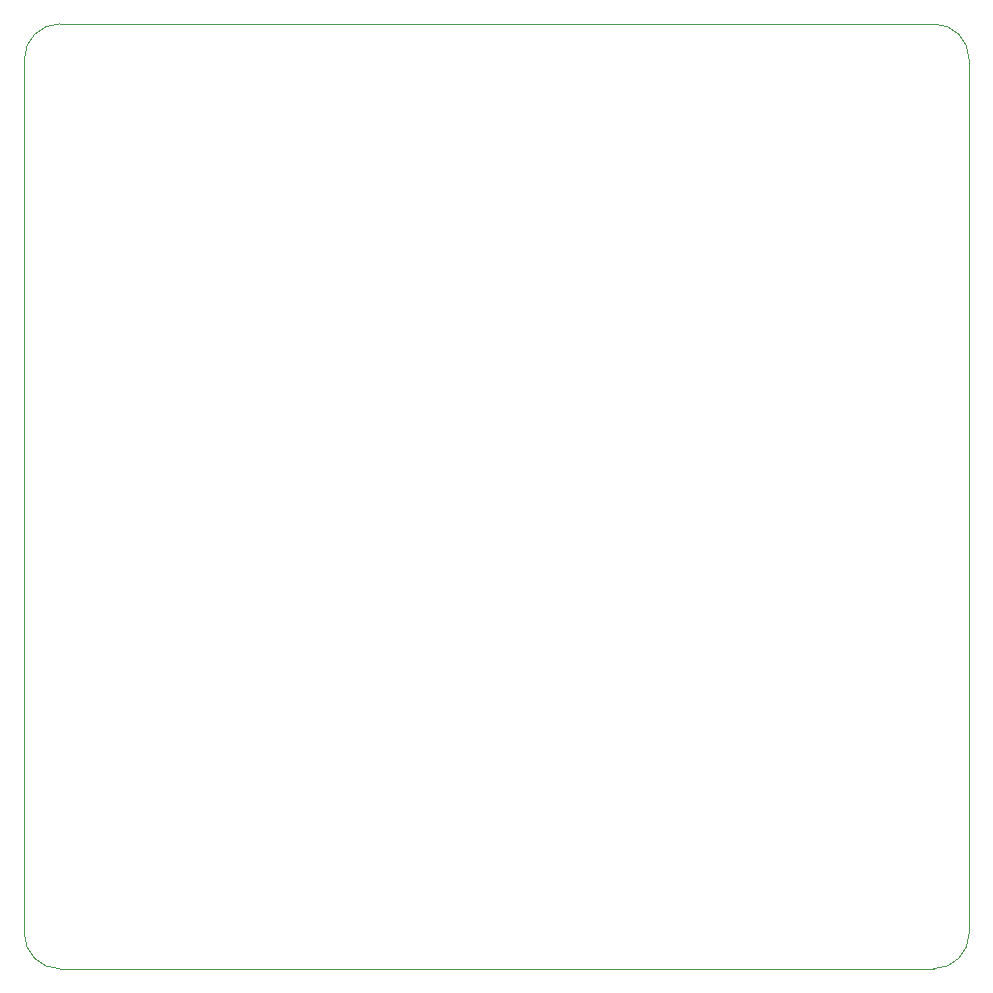
<source format=gbr>
%TF.GenerationSoftware,KiCad,Pcbnew,8.0.2*%
%TF.CreationDate,2024-05-30T14:16:54+02:00*%
%TF.ProjectId,Weather_IOT_1.0,57656174-6865-4725-9f49-4f545f312e30,1.0*%
%TF.SameCoordinates,Original*%
%TF.FileFunction,Profile,NP*%
%FSLAX46Y46*%
G04 Gerber Fmt 4.6, Leading zero omitted, Abs format (unit mm)*
G04 Created by KiCad (PCBNEW 8.0.2) date 2024-05-30 14:16:54*
%MOMM*%
%LPD*%
G01*
G04 APERTURE LIST*
%TA.AperFunction,Profile*%
%ADD10C,0.100000*%
%TD*%
G04 APERTURE END LIST*
D10*
X100000000Y-63000000D02*
G75*
G02*
X103000000Y-60000000I3000000J0D01*
G01*
X100000000Y-63000000D02*
X100000000Y-137000000D01*
X103000000Y-140000000D02*
X177000000Y-140000000D01*
X177000000Y-60000000D02*
X103000000Y-60000000D01*
X103000000Y-140000000D02*
G75*
G02*
X100000000Y-137000000I0J3000000D01*
G01*
X180000000Y-137000000D02*
G75*
G02*
X177000000Y-140000000I-3000000J0D01*
G01*
X177000000Y-60000000D02*
G75*
G02*
X180000000Y-63000000I0J-3000000D01*
G01*
X180000000Y-137000000D02*
X180000000Y-63000000D01*
M02*

</source>
